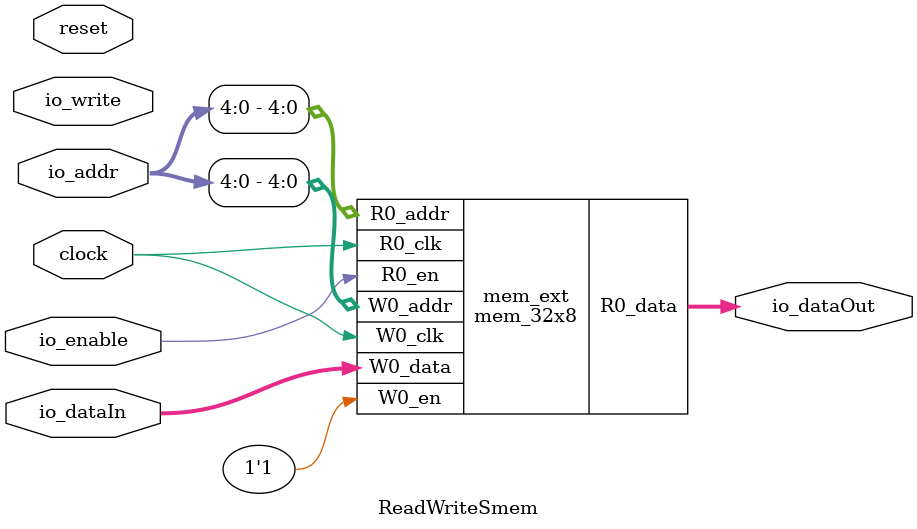
<source format=v>
module mem_32x8(
  input  [4:0] R0_addr,
  input        R0_en,
               R0_clk,
  input  [4:0] W0_addr,
  input        W0_en,
               W0_clk,
  input  [7:0] W0_data,
  output [7:0] R0_data
);

  reg [7:0] Memory[0:31];
  reg       _R0_en_d0;
  reg [4:0] _R0_addr_d0;
  always @(posedge R0_clk) begin
    _R0_en_d0 <= R0_en;
    _R0_addr_d0 <= R0_addr;
  end // always @(posedge)
  always @(posedge W0_clk) begin
    if (W0_en)
      Memory[W0_addr] <= W0_data;
  end // always @(posedge)
  assign R0_data = _R0_en_d0 ? Memory[_R0_addr_d0] : 8'bx;
endmodule

module ReadWriteSmem(
  input        clock,
               reset,
               io_enable,
               io_write,
  input  [9:0] io_addr,
  input  [7:0] io_dataIn,
  output [7:0] io_dataOut
);

  mem_32x8 mem_ext (
    .R0_addr (io_addr[4:0]),
    .R0_en   (io_enable),
    .R0_clk  (clock),
    .W0_addr (io_addr[4:0]),
    .W0_en   (1'h1),
    .W0_clk  (clock),
    .W0_data (io_dataIn),
    .R0_data (io_dataOut)
  );
endmodule


</source>
